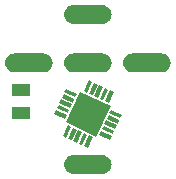
<source format=gbs>
G04 (created by PCBNEW (2013-jul-07)-stable) date Fri 20 Feb 2015 12:40:47 AM EST*
%MOIN*%
G04 Gerber Fmt 3.4, Leading zero omitted, Abs format*
%FSLAX34Y34*%
G01*
G70*
G90*
G04 APERTURE LIST*
%ADD10C,0.00590551*%
G04 APERTURE END LIST*
G54D10*
G36*
X37425Y-19910D02*
X36834Y-19910D01*
X36834Y-19519D01*
X37425Y-19519D01*
X37425Y-19910D01*
X37425Y-19910D01*
G37*
G36*
X37425Y-20660D02*
X36834Y-20660D01*
X36834Y-20269D01*
X37425Y-20269D01*
X37425Y-20660D01*
X37425Y-20660D01*
G37*
G36*
X38193Y-18801D02*
X38186Y-18862D01*
X38168Y-18921D01*
X38139Y-18975D01*
X38100Y-19022D01*
X38052Y-19061D01*
X37998Y-19090D01*
X37939Y-19108D01*
X37875Y-19114D01*
X36927Y-19114D01*
X36922Y-19114D01*
X36920Y-19114D01*
X36920Y-19114D01*
X36859Y-19107D01*
X36859Y-19107D01*
X36859Y-19107D01*
X36801Y-19089D01*
X36747Y-19059D01*
X36700Y-19019D01*
X36661Y-18971D01*
X36632Y-18917D01*
X36615Y-18858D01*
X36610Y-18797D01*
X36616Y-18735D01*
X36634Y-18677D01*
X36663Y-18622D01*
X36703Y-18575D01*
X36750Y-18536D01*
X36805Y-18507D01*
X36864Y-18489D01*
X36927Y-18483D01*
X37875Y-18483D01*
X37880Y-18483D01*
X37882Y-18483D01*
X37882Y-18483D01*
X37943Y-18490D01*
X37943Y-18490D01*
X37943Y-18490D01*
X38001Y-18509D01*
X38056Y-18539D01*
X38103Y-18578D01*
X38141Y-18626D01*
X38170Y-18681D01*
X38187Y-18740D01*
X38193Y-18801D01*
X38193Y-18801D01*
G37*
G36*
X38673Y-20539D02*
X38615Y-20665D01*
X38257Y-20498D01*
X38316Y-20372D01*
X38673Y-20539D01*
X38673Y-20539D01*
G37*
G36*
X38757Y-20361D02*
X38698Y-20486D01*
X38340Y-20320D01*
X38399Y-20194D01*
X38757Y-20361D01*
X38757Y-20361D01*
G37*
G36*
X38821Y-20945D02*
X38654Y-21302D01*
X38529Y-21244D01*
X38695Y-20886D01*
X38821Y-20945D01*
X38821Y-20945D01*
G37*
G36*
X38840Y-20182D02*
X38781Y-20308D01*
X38424Y-20141D01*
X38482Y-20016D01*
X38840Y-20182D01*
X38840Y-20182D01*
G37*
G36*
X38923Y-20004D02*
X38864Y-20130D01*
X38507Y-19963D01*
X38565Y-19837D01*
X38923Y-20004D01*
X38923Y-20004D01*
G37*
G36*
X38999Y-21028D02*
X38833Y-21385D01*
X38707Y-21327D01*
X38874Y-20969D01*
X38999Y-21028D01*
X38999Y-21028D01*
G37*
G36*
X39006Y-19826D02*
X38948Y-19951D01*
X38590Y-19785D01*
X38649Y-19659D01*
X39006Y-19826D01*
X39006Y-19826D01*
G37*
G36*
X39178Y-21111D02*
X39011Y-21469D01*
X38885Y-21410D01*
X39052Y-21052D01*
X39178Y-21111D01*
X39178Y-21111D01*
G37*
G36*
X39356Y-21194D02*
X39190Y-21552D01*
X39064Y-21493D01*
X39231Y-21136D01*
X39356Y-21194D01*
X39356Y-21194D01*
G37*
G36*
X39520Y-19446D02*
X39353Y-19804D01*
X39227Y-19745D01*
X39394Y-19387D01*
X39520Y-19446D01*
X39520Y-19446D01*
G37*
G36*
X39535Y-21277D02*
X39368Y-21635D01*
X39242Y-21576D01*
X39409Y-21219D01*
X39535Y-21277D01*
X39535Y-21277D01*
G37*
G36*
X39698Y-19529D02*
X39532Y-19887D01*
X39406Y-19828D01*
X39573Y-19471D01*
X39698Y-19529D01*
X39698Y-19529D01*
G37*
G36*
X39877Y-19612D02*
X39710Y-19970D01*
X39584Y-19911D01*
X39751Y-19554D01*
X39877Y-19612D01*
X39877Y-19612D01*
G37*
G36*
X40055Y-19696D02*
X39888Y-20053D01*
X39763Y-19995D01*
X39929Y-19637D01*
X40055Y-19696D01*
X40055Y-19696D01*
G37*
G36*
X40127Y-20240D02*
X39653Y-21257D01*
X38635Y-20783D01*
X39110Y-19765D01*
X40127Y-20240D01*
X40127Y-20240D01*
G37*
G36*
X40161Y-17187D02*
X40155Y-17248D01*
X40137Y-17307D01*
X40107Y-17361D01*
X40068Y-17408D01*
X40020Y-17447D01*
X39966Y-17476D01*
X39907Y-17494D01*
X39844Y-17500D01*
X38895Y-17500D01*
X38891Y-17500D01*
X38889Y-17500D01*
X38889Y-17500D01*
X38828Y-17493D01*
X38828Y-17493D01*
X38828Y-17493D01*
X38769Y-17474D01*
X38715Y-17445D01*
X38668Y-17405D01*
X38629Y-17357D01*
X38601Y-17303D01*
X38584Y-17244D01*
X38578Y-17182D01*
X38584Y-17121D01*
X38603Y-17062D01*
X38632Y-17008D01*
X38671Y-16961D01*
X38719Y-16922D01*
X38773Y-16893D01*
X38832Y-16875D01*
X38895Y-16869D01*
X39844Y-16869D01*
X39848Y-16869D01*
X39850Y-16869D01*
X39850Y-16869D01*
X39911Y-16876D01*
X39911Y-16876D01*
X39912Y-16876D01*
X39970Y-16895D01*
X40024Y-16924D01*
X40071Y-16964D01*
X40110Y-17012D01*
X40138Y-17066D01*
X40156Y-17126D01*
X40161Y-17187D01*
X40161Y-17187D01*
G37*
G36*
X40161Y-18801D02*
X40155Y-18862D01*
X40137Y-18921D01*
X40107Y-18975D01*
X40068Y-19022D01*
X40020Y-19061D01*
X39966Y-19090D01*
X39907Y-19108D01*
X39844Y-19114D01*
X38895Y-19114D01*
X38891Y-19114D01*
X38889Y-19114D01*
X38889Y-19114D01*
X38828Y-19107D01*
X38828Y-19107D01*
X38828Y-19107D01*
X38769Y-19089D01*
X38715Y-19059D01*
X38668Y-19019D01*
X38629Y-18971D01*
X38601Y-18917D01*
X38584Y-18858D01*
X38578Y-18797D01*
X38584Y-18735D01*
X38603Y-18677D01*
X38632Y-18622D01*
X38671Y-18575D01*
X38719Y-18536D01*
X38773Y-18507D01*
X38832Y-18489D01*
X38895Y-18483D01*
X39844Y-18483D01*
X39848Y-18483D01*
X39850Y-18483D01*
X39850Y-18483D01*
X39911Y-18490D01*
X39911Y-18490D01*
X39912Y-18490D01*
X39970Y-18509D01*
X40024Y-18539D01*
X40071Y-18578D01*
X40110Y-18626D01*
X40138Y-18681D01*
X40156Y-18740D01*
X40161Y-18801D01*
X40161Y-18801D01*
G37*
G36*
X40161Y-22187D02*
X40155Y-22248D01*
X40137Y-22307D01*
X40107Y-22361D01*
X40068Y-22408D01*
X40020Y-22447D01*
X39966Y-22476D01*
X39907Y-22494D01*
X39844Y-22500D01*
X38895Y-22500D01*
X38891Y-22500D01*
X38889Y-22500D01*
X38889Y-22500D01*
X38828Y-22493D01*
X38828Y-22493D01*
X38828Y-22493D01*
X38769Y-22474D01*
X38715Y-22445D01*
X38668Y-22405D01*
X38629Y-22357D01*
X38601Y-22303D01*
X38584Y-22244D01*
X38578Y-22182D01*
X38584Y-22121D01*
X38603Y-22062D01*
X38632Y-22008D01*
X38671Y-21961D01*
X38719Y-21922D01*
X38773Y-21893D01*
X38832Y-21875D01*
X38895Y-21869D01*
X39844Y-21869D01*
X39848Y-21869D01*
X39850Y-21869D01*
X39850Y-21869D01*
X39911Y-21876D01*
X39911Y-21876D01*
X39912Y-21876D01*
X39970Y-21895D01*
X40024Y-21924D01*
X40071Y-21964D01*
X40110Y-22012D01*
X40138Y-22066D01*
X40156Y-22126D01*
X40161Y-22187D01*
X40161Y-22187D01*
G37*
G36*
X40172Y-21238D02*
X40113Y-21364D01*
X39756Y-21197D01*
X39815Y-21071D01*
X40172Y-21238D01*
X40172Y-21238D01*
G37*
G36*
X40234Y-19779D02*
X40067Y-20136D01*
X39941Y-20078D01*
X40108Y-19720D01*
X40234Y-19779D01*
X40234Y-19779D01*
G37*
G36*
X40255Y-21060D02*
X40197Y-21185D01*
X39839Y-21019D01*
X39898Y-20893D01*
X40255Y-21060D01*
X40255Y-21060D01*
G37*
G36*
X40338Y-20881D02*
X40280Y-21007D01*
X39922Y-20840D01*
X39981Y-20714D01*
X40338Y-20881D01*
X40338Y-20881D01*
G37*
G36*
X40422Y-20703D02*
X40363Y-20828D01*
X40005Y-20662D01*
X40064Y-20536D01*
X40422Y-20703D01*
X40422Y-20703D01*
G37*
G36*
X40505Y-20524D02*
X40446Y-20650D01*
X40089Y-20483D01*
X40147Y-20358D01*
X40505Y-20524D01*
X40505Y-20524D01*
G37*
G36*
X42130Y-18801D02*
X42123Y-18862D01*
X42105Y-18921D01*
X42076Y-18975D01*
X42037Y-19022D01*
X41989Y-19061D01*
X41935Y-19090D01*
X41876Y-19108D01*
X41812Y-19114D01*
X40864Y-19114D01*
X40859Y-19114D01*
X40857Y-19114D01*
X40857Y-19114D01*
X40796Y-19107D01*
X40796Y-19107D01*
X40796Y-19107D01*
X40738Y-19089D01*
X40684Y-19059D01*
X40637Y-19019D01*
X40598Y-18971D01*
X40569Y-18917D01*
X40552Y-18858D01*
X40547Y-18797D01*
X40553Y-18735D01*
X40571Y-18677D01*
X40600Y-18622D01*
X40640Y-18575D01*
X40687Y-18536D01*
X40742Y-18507D01*
X40801Y-18489D01*
X40864Y-18483D01*
X41812Y-18483D01*
X41817Y-18483D01*
X41819Y-18483D01*
X41819Y-18483D01*
X41880Y-18490D01*
X41880Y-18490D01*
X41880Y-18490D01*
X41938Y-18509D01*
X41993Y-18539D01*
X42040Y-18578D01*
X42078Y-18626D01*
X42107Y-18681D01*
X42124Y-18740D01*
X42130Y-18801D01*
X42130Y-18801D01*
G37*
M02*

</source>
